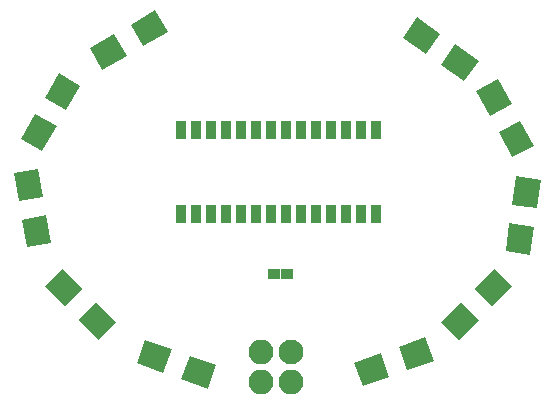
<source format=gbs>
G04 #@! TF.FileFunction,Soldermask,Bot*
%FSLAX46Y46*%
G04 Gerber Fmt 4.6, Leading zero omitted, Abs format (unit mm)*
G04 Created by KiCad (PCBNEW 4.0.7) date 06/01/18 22:37:28*
%MOMM*%
%LPD*%
G01*
G04 APERTURE LIST*
%ADD10C,0.100000*%
%ADD11C,2.100000*%
%ADD12O,2.100000X2.100000*%
%ADD13R,0.908000X1.543000*%
%ADD14R,1.000000X0.900000*%
G04 APERTURE END LIST*
D10*
D11*
X101107240Y-115813840D03*
D12*
X101107240Y-118353840D03*
X98567240Y-115813840D03*
X98567240Y-118353840D03*
D10*
G36*
X118360280Y-108754796D02*
X119845204Y-110239720D01*
X118148148Y-111936776D01*
X116663224Y-110451852D01*
X118360280Y-108754796D01*
X118360280Y-108754796D01*
G37*
G36*
X115531852Y-111583224D02*
X117016776Y-113068148D01*
X115319720Y-114765204D01*
X113834796Y-113280280D01*
X115531852Y-111583224D01*
X115531852Y-111583224D01*
G37*
D13*
X91821000Y-97028000D03*
X93091000Y-97028000D03*
X94361000Y-97028000D03*
X95631000Y-97028000D03*
X96901000Y-97028000D03*
X98171000Y-97028000D03*
X99441000Y-97028000D03*
X100711000Y-97028000D03*
X101981000Y-97028000D03*
X103251000Y-97028000D03*
X104521000Y-97028000D03*
X105791000Y-97028000D03*
X107061000Y-97028000D03*
X108331000Y-97028000D03*
X108331000Y-104140000D03*
X107061000Y-104140000D03*
X105791000Y-104140000D03*
X104521000Y-104140000D03*
X103251000Y-104140000D03*
X101981000Y-104140000D03*
X100711000Y-104140000D03*
X99441000Y-104140000D03*
X98171000Y-104140000D03*
X96901000Y-104140000D03*
X95631000Y-104140000D03*
X94361000Y-104140000D03*
X93091000Y-104140000D03*
X91821000Y-104140000D03*
D14*
X100829200Y-109220000D03*
X99729200Y-109220000D03*
D10*
G36*
X112502895Y-114568359D02*
X113221137Y-116541713D01*
X110965875Y-117362561D01*
X110247633Y-115389207D01*
X112502895Y-114568359D01*
X112502895Y-114568359D01*
G37*
G36*
X108744125Y-115936439D02*
X109462367Y-117909793D01*
X107207105Y-118730641D01*
X106488863Y-116757287D01*
X108744125Y-115936439D01*
X108744125Y-115936439D01*
G37*
G36*
X120182572Y-100952011D02*
X122262135Y-101244274D01*
X121928120Y-103620917D01*
X119848557Y-103328654D01*
X120182572Y-100952011D01*
X120182572Y-100952011D01*
G37*
G36*
X119625880Y-104913083D02*
X121705443Y-105205346D01*
X121371428Y-107581989D01*
X119291865Y-107289726D01*
X119625880Y-104913083D01*
X119625880Y-104913083D01*
G37*
G36*
X116823596Y-93679513D02*
X118677786Y-92693623D01*
X119804518Y-94812697D01*
X117950328Y-95798587D01*
X116823596Y-93679513D01*
X116823596Y-93679513D01*
G37*
G36*
X118701482Y-97211303D02*
X120555672Y-96225413D01*
X121682404Y-98344487D01*
X119828214Y-99330377D01*
X118701482Y-97211303D01*
X118701482Y-97211303D01*
G37*
G36*
X110568458Y-89194665D02*
X111772969Y-87474446D01*
X113738934Y-88851029D01*
X112534423Y-90571248D01*
X110568458Y-89194665D01*
X110568458Y-89194665D01*
G37*
G36*
X113845066Y-91488971D02*
X115049577Y-89768752D01*
X117015542Y-91145335D01*
X115811031Y-92865554D01*
X113845066Y-91488971D01*
X113845066Y-91488971D01*
G37*
G36*
X89622281Y-86898673D02*
X90672281Y-88717327D01*
X88593821Y-89917327D01*
X87543821Y-88098673D01*
X89622281Y-86898673D01*
X89622281Y-86898673D01*
G37*
G36*
X86158179Y-88898673D02*
X87208179Y-90717327D01*
X85129719Y-91917327D01*
X84079719Y-90098673D01*
X86158179Y-88898673D01*
X86158179Y-88898673D01*
G37*
G36*
X81462673Y-92207719D02*
X83281327Y-93257719D01*
X82081327Y-95336179D01*
X80262673Y-94286179D01*
X81462673Y-92207719D01*
X81462673Y-92207719D01*
G37*
G36*
X79462673Y-95671821D02*
X81281327Y-96721821D01*
X80081327Y-98800281D01*
X78262673Y-97750281D01*
X79462673Y-95671821D01*
X79462673Y-95671821D01*
G37*
G36*
X77658278Y-100662945D02*
X79726374Y-100298284D01*
X80143130Y-102661823D01*
X78075034Y-103026484D01*
X77658278Y-100662945D01*
X77658278Y-100662945D01*
G37*
G36*
X78352870Y-104602177D02*
X80420966Y-104237516D01*
X80837722Y-106601055D01*
X78769626Y-106965716D01*
X78352870Y-104602177D01*
X78352870Y-104602177D01*
G37*
G36*
X80306796Y-110239720D02*
X81791720Y-108754796D01*
X83488776Y-110451852D01*
X82003852Y-111936776D01*
X80306796Y-110239720D01*
X80306796Y-110239720D01*
G37*
G36*
X83135224Y-113068148D02*
X84620148Y-111583224D01*
X86317204Y-113280280D01*
X84832280Y-114765204D01*
X83135224Y-113068148D01*
X83135224Y-113068148D01*
G37*
G36*
X88073863Y-116732213D02*
X88792105Y-114758859D01*
X91047367Y-115579707D01*
X90329125Y-117553061D01*
X88073863Y-116732213D01*
X88073863Y-116732213D01*
G37*
G36*
X91832633Y-118100293D02*
X92550875Y-116126939D01*
X94806137Y-116947787D01*
X94087895Y-118921141D01*
X91832633Y-118100293D01*
X91832633Y-118100293D01*
G37*
M02*

</source>
